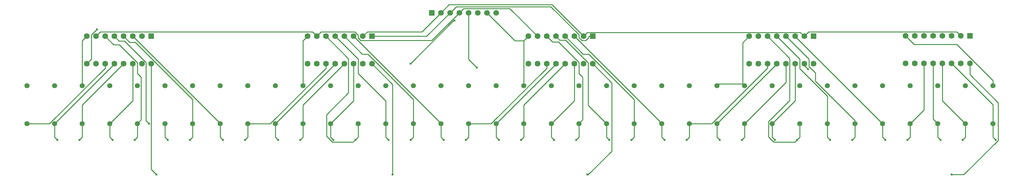
<source format=gbl>
G04 Layer: BottomLayer*
G04 EasyEDA v6.5.40, 2024-07-10 23:57:15*
G04 cb6e2e9fbd21486d88ae5690d2d3dc00,10*
G04 Gerber Generator version 0.2*
G04 Scale: 100 percent, Rotated: No, Reflected: No *
G04 Dimensions in inches *
G04 leading zeros omitted , absolute positions ,3 integer and 6 decimal *
%FSLAX36Y36*%
%MOIN*%

%ADD10C,0.0100*%
%ADD11C,0.0551*%
%ADD12C,0.0630*%
%ADD13R,0.0630X0.0630*%
%ADD14R,0.0620X0.0620*%
%ADD15C,0.0620*%
%ADD16C,0.0240*%
%ADD17C,0.0150*%

%LPD*%
D10*
X1550000Y2445000D02*
G01*
X1600569Y2394430D01*
X1660829Y2394430D01*
X1893750Y2161509D01*
X1893750Y1525569D01*
X1926009Y1493310D01*
X2130000Y1316939D02*
G01*
X2100000Y1346939D01*
X2100000Y1493310D01*
X4500000Y1493310D02*
G01*
X4500000Y1741069D01*
X4200000Y2041069D01*
X4200000Y2195000D01*
X3950000Y2445000D01*
X4530000Y1316939D02*
G01*
X4500000Y1346939D01*
X4500000Y1493310D01*
X9300000Y1493310D02*
G01*
X9300000Y1793279D01*
X9000069Y2093209D01*
X9000069Y2194929D01*
X8750000Y2445000D01*
X9300000Y1493310D02*
G01*
X9300000Y1346939D01*
X9330000Y1316939D01*
X5249009Y2616060D02*
G01*
X5239200Y2616060D01*
X4770000Y2146860D01*
X4350000Y2145000D02*
G01*
X4574470Y1920529D01*
X4574470Y938580D01*
X1950000Y2145000D02*
G01*
X1950000Y996849D01*
X2008270Y938580D01*
X6750000Y2145000D02*
G01*
X6956980Y1938020D01*
X6956980Y1193649D01*
X6701909Y938580D01*
X6691740Y938580D01*
X10850000Y2150000D02*
G01*
X10850000Y2029670D01*
X11158400Y1721320D01*
X11158400Y1311269D01*
X10785699Y938580D01*
X10650000Y938580D01*
X1250000Y2145000D02*
G01*
X1300000Y2195000D01*
X1300000Y2459059D01*
X1361509Y2520569D01*
X6750000Y2445000D02*
G01*
X6707500Y2445000D01*
X6707500Y2445000D02*
G01*
X6707500Y2434380D01*
X6674480Y2401359D01*
X6632359Y2401359D01*
X6600000Y2433719D01*
X6600000Y2462170D01*
X6294459Y2767710D01*
X5267709Y2767710D01*
X5200000Y2700000D01*
X5200000Y2700000D02*
G01*
X4945000Y2445000D01*
X4350000Y2445000D01*
X5100000Y2700000D02*
G01*
X4894369Y2494369D01*
X4299369Y2494369D01*
X4250000Y2445000D01*
X6650000Y2445000D02*
G01*
X6306689Y2788310D01*
X5188310Y2788310D01*
X5100000Y2700000D01*
X9050000Y2445000D02*
G01*
X9007420Y2487579D01*
X6692579Y2487579D01*
X6650000Y2445000D01*
X10750000Y2450000D02*
G01*
X10706499Y2493479D01*
X9098480Y2493479D01*
X9050000Y2445000D01*
X3750000Y2445000D02*
G01*
X3796869Y2491869D01*
X4163990Y2491869D01*
X4200000Y2455859D01*
X4200000Y2427649D01*
X4228329Y2399319D01*
X4999319Y2399319D01*
X5300000Y2700000D01*
X1350000Y2445000D02*
G01*
X1396880Y2491880D01*
X3703119Y2491880D01*
X3750000Y2445000D01*
X6150000Y2445000D02*
G01*
X5848299Y2746700D01*
X5346700Y2746700D01*
X5300000Y2700000D01*
X9050000Y2145000D02*
G01*
X9050000Y2126799D01*
X9090739Y2086060D01*
X5400000Y2700000D02*
G01*
X5400000Y2192420D01*
X5490000Y2102420D01*
X9900000Y1493310D02*
G01*
X8950000Y2443310D01*
X8950000Y2445000D01*
X9930000Y1316939D02*
G01*
X9900000Y1346939D01*
X9900000Y1493310D01*
X9600000Y1493310D02*
G01*
X9600000Y1526030D01*
X9169449Y1956579D01*
X9169449Y2047109D01*
X9100000Y2116559D01*
X9100000Y2195000D01*
X8850000Y2445000D01*
X9600000Y1493310D02*
G01*
X9600000Y1346939D01*
X9570000Y1316939D01*
X8650000Y2445000D02*
G01*
X8892569Y2202429D01*
X8892569Y1747150D01*
X8660789Y1515369D01*
X8660789Y1351239D01*
X8718609Y1293420D01*
X8946480Y1293420D01*
X8970000Y1316939D01*
X9000000Y1493310D02*
G01*
X9000000Y1346939D01*
X8970000Y1316939D01*
X8730000Y1316939D02*
G01*
X8700000Y1346939D01*
X8700000Y1493310D01*
X8700000Y1493310D02*
G01*
X8950000Y1743310D01*
X8950000Y2145000D01*
X8400000Y1493310D02*
G01*
X8850000Y1943310D01*
X8850000Y2145000D01*
X8400000Y1493310D02*
G01*
X8400000Y1346939D01*
X8370000Y1316939D01*
X8100000Y1493310D02*
G01*
X8750000Y2143310D01*
X8750000Y2145000D01*
X8130000Y1316939D02*
G01*
X8100000Y1346939D01*
X8100000Y1493310D01*
X7800000Y1493310D02*
G01*
X8042759Y1493310D01*
X8650000Y2100549D01*
X8650000Y2145000D01*
X7770000Y1316939D02*
G01*
X7800000Y1346939D01*
X7800000Y1493310D01*
X6550000Y2445000D02*
G01*
X7500000Y1495000D01*
X7500000Y1493310D01*
X7500000Y1493310D02*
G01*
X7500000Y1346939D01*
X7530000Y1316939D01*
X6450000Y2445000D02*
G01*
X6645450Y2249549D01*
X6708469Y2249549D01*
X7200000Y1758020D01*
X7200000Y1493310D01*
X7200000Y1493310D02*
G01*
X7200000Y1346939D01*
X7170000Y1316939D01*
X6350000Y2445000D02*
G01*
X6392579Y2402420D01*
X6452799Y2402420D01*
X6700000Y2155219D01*
X6700000Y1693310D01*
X6900000Y1493310D01*
X6900000Y1493310D02*
G01*
X6900000Y1346939D01*
X6930000Y1316939D01*
X6600000Y1493310D02*
G01*
X6641620Y1534929D01*
X6641620Y1999450D01*
X6600000Y2041069D01*
X6600000Y2158969D01*
X6376629Y2382339D01*
X6312659Y2382339D01*
X6250000Y2445000D01*
X6600000Y1493310D02*
G01*
X6600000Y1346939D01*
X6570000Y1316939D01*
X6550000Y2145000D02*
G01*
X6550000Y1743310D01*
X6300000Y1493310D01*
X6300000Y1493310D02*
G01*
X6300000Y1346939D01*
X6330000Y1316939D01*
X6450000Y2145000D02*
G01*
X6000000Y1695000D01*
X6000000Y1493310D01*
X6000000Y1493310D02*
G01*
X6000000Y1346939D01*
X5970000Y1316939D01*
X6350000Y2145000D02*
G01*
X6350000Y2143310D01*
X5700000Y1493310D01*
X5700000Y1493310D02*
G01*
X5700000Y1346939D01*
X5730000Y1316939D01*
X6250000Y2145000D02*
G01*
X6250000Y2097950D01*
X5645360Y1493310D01*
X5400000Y1493310D01*
X5400000Y1493310D02*
G01*
X5400000Y1346939D01*
X5370000Y1316939D01*
X4150000Y2445000D02*
G01*
X5100000Y1495000D01*
X5100000Y1493310D01*
X5100000Y1493310D02*
G01*
X5100000Y1346939D01*
X5130000Y1316939D01*
X4050000Y2445000D02*
G01*
X4245450Y2249549D01*
X4308469Y2249549D01*
X4800000Y1758020D01*
X4800000Y1493310D01*
X4800000Y1493310D02*
G01*
X4800000Y1346939D01*
X4770000Y1316939D01*
X4170000Y1316939D02*
G01*
X4145339Y1292280D01*
X3920469Y1292280D01*
X3856719Y1356030D01*
X3856719Y1591309D01*
X4094759Y1829349D01*
X4094759Y2200239D01*
X3850000Y2445000D01*
X4200000Y1493310D02*
G01*
X4200000Y1346939D01*
X4170000Y1316939D01*
X3930000Y1316939D02*
G01*
X3900000Y1346939D01*
X3900000Y1493310D01*
X3900000Y1493310D02*
G01*
X4150000Y1743310D01*
X4150000Y2145000D01*
X4050000Y2145000D02*
G01*
X3600000Y1695000D01*
X3600000Y1493310D01*
X3600000Y1493310D02*
G01*
X3600000Y1346939D01*
X3570000Y1316939D01*
X3950000Y2145000D02*
G01*
X3950000Y2143310D01*
X3300000Y1493310D01*
X3300000Y1493310D02*
G01*
X3300000Y1346939D01*
X3330000Y1316939D01*
X3850000Y2145000D02*
G01*
X3850000Y2097950D01*
X3245360Y1493310D01*
X3000000Y1493310D01*
X3000000Y1493310D02*
G01*
X3000000Y1346939D01*
X2970000Y1316939D01*
X1750000Y2445000D02*
G01*
X2700000Y1495000D01*
X2700000Y1493310D01*
X2700000Y1493310D02*
G01*
X2700000Y1346939D01*
X2730000Y1316939D01*
X2400000Y1493310D02*
G01*
X2400000Y1757759D01*
X1777969Y2379789D01*
X1715209Y2379789D01*
X1650000Y2445000D01*
X2400000Y1493310D02*
G01*
X2400000Y1346939D01*
X2370000Y1316939D01*
X1800000Y1493310D02*
G01*
X1841620Y1534929D01*
X1841620Y1999450D01*
X1800000Y2041069D01*
X1800000Y2155279D01*
X1602860Y2352420D01*
X1542579Y2352420D01*
X1450000Y2445000D01*
X1800000Y1493310D02*
G01*
X1800000Y1346939D01*
X1770000Y1316939D01*
X1750000Y2145000D02*
G01*
X1750000Y1743310D01*
X1500000Y1493310D01*
X1500000Y1493310D02*
G01*
X1500000Y1346939D01*
X1530000Y1316939D01*
X1650000Y2145000D02*
G01*
X1200000Y1695000D01*
X1200000Y1493310D01*
X1200000Y1493310D02*
G01*
X1200000Y1346939D01*
X1170000Y1316939D01*
X1550000Y2145000D02*
G01*
X1550000Y2143310D01*
X900000Y1493310D01*
X900000Y1493310D02*
G01*
X900000Y1346939D01*
X930000Y1316939D01*
X11100000Y1906689D02*
G01*
X11100000Y1962660D01*
X10706800Y2355909D01*
X10244089Y2355909D01*
X10150000Y2450000D01*
X6000000Y2395000D02*
G01*
X6050000Y2445000D01*
X6000000Y1906689D02*
G01*
X6000000Y2395000D01*
X6000000Y2395000D02*
G01*
X5905000Y2395000D01*
X5600000Y2700000D01*
X8400000Y1906689D02*
G01*
X8379790Y1926900D01*
X8379790Y1926900D02*
G01*
X8120209Y1926900D01*
X8100000Y1906689D01*
X8379790Y1926900D02*
G01*
X8379790Y2374789D01*
X8450000Y2445000D01*
X1250000Y2445000D02*
G01*
X1200000Y2395000D01*
X1200000Y1906689D01*
X3650000Y2445000D02*
G01*
X3600000Y2395000D01*
X3600000Y1906689D01*
X1450000Y2145000D02*
G01*
X1450000Y2097950D01*
X845360Y1493310D01*
X600000Y1493310D01*
X10350000Y2150000D02*
G01*
X10350000Y1643310D01*
X10200000Y1493310D01*
X10200000Y1493310D02*
G01*
X10200000Y1346939D01*
X10170000Y1316939D01*
X10450000Y2150000D02*
G01*
X10450000Y1543310D01*
X10500000Y1493310D01*
X10500000Y1493310D02*
G01*
X10500000Y1346939D01*
X10530000Y1316939D01*
X10550000Y2150000D02*
G01*
X10550000Y1743310D01*
X10800000Y1493310D01*
X10800000Y1493310D02*
G01*
X10800000Y1346939D01*
X10770000Y1316939D01*
X10650000Y2150000D02*
G01*
X11100000Y1700000D01*
X11100000Y1493310D01*
X11100000Y1493310D02*
G01*
X11100000Y1346939D01*
X11130000Y1316939D01*
D11*
G01*
X600000Y1493310D03*
G01*
X600000Y1906689D03*
G01*
X900000Y1493310D03*
G01*
X900000Y1906689D03*
G01*
X1200000Y1493310D03*
G01*
X1200000Y1906689D03*
G01*
X1500000Y1493310D03*
G01*
X1500000Y1906689D03*
G01*
X1800000Y1493310D03*
G01*
X1800000Y1906689D03*
G01*
X2100000Y1493310D03*
G01*
X2100000Y1906689D03*
G01*
X2400000Y1493310D03*
G01*
X2400000Y1906689D03*
G01*
X2700000Y1493310D03*
G01*
X2700000Y1906689D03*
G01*
X3000000Y1493310D03*
G01*
X3000000Y1906689D03*
G01*
X3300000Y1493310D03*
G01*
X3300000Y1906689D03*
G01*
X3600000Y1493310D03*
G01*
X3600000Y1906689D03*
G01*
X3900000Y1493310D03*
G01*
X3900000Y1906689D03*
G01*
X4200000Y1493310D03*
G01*
X4200000Y1906689D03*
G01*
X4500000Y1493310D03*
G01*
X4500000Y1906689D03*
G01*
X4800000Y1493310D03*
G01*
X4800000Y1906689D03*
G01*
X5100000Y1493310D03*
G01*
X5100000Y1906689D03*
G01*
X5400000Y1493310D03*
G01*
X5400000Y1906689D03*
G01*
X5700000Y1493310D03*
G01*
X5700000Y1906689D03*
G01*
X6000000Y1493310D03*
G01*
X6000000Y1906689D03*
G01*
X6300000Y1493310D03*
G01*
X6300000Y1906689D03*
G01*
X6600000Y1493310D03*
G01*
X6600000Y1906689D03*
G01*
X6900000Y1493310D03*
G01*
X6900000Y1906689D03*
G01*
X7200000Y1493310D03*
G01*
X7200000Y1906689D03*
G01*
X7500000Y1493310D03*
G01*
X7500000Y1906689D03*
G01*
X7800000Y1493310D03*
G01*
X7800000Y1906689D03*
G01*
X8100000Y1493310D03*
G01*
X8100000Y1906689D03*
G01*
X8400000Y1493310D03*
G01*
X8400000Y1906689D03*
G01*
X8700000Y1493310D03*
G01*
X8700000Y1906689D03*
G01*
X9000000Y1493310D03*
G01*
X9000000Y1906689D03*
G01*
X9300000Y1493310D03*
G01*
X9300000Y1906689D03*
G01*
X9600000Y1493310D03*
G01*
X9600000Y1906689D03*
G01*
X9900000Y1493310D03*
G01*
X9900000Y1906689D03*
D12*
G01*
X1950000Y2145000D03*
G01*
X1850000Y2145000D03*
G01*
X1750000Y2145000D03*
G01*
X1650000Y2145000D03*
G01*
X1550000Y2145000D03*
G01*
X1450000Y2145000D03*
G01*
X1350000Y2145000D03*
G01*
X1250000Y2145000D03*
G01*
X1250000Y2445000D03*
G01*
X1350000Y2445000D03*
G01*
X1450000Y2445000D03*
G01*
X1550000Y2445000D03*
G01*
X1650000Y2445000D03*
G01*
X1750000Y2445000D03*
G01*
X1850000Y2445000D03*
D13*
G01*
X1950000Y2445000D03*
D12*
G01*
X4350000Y2145000D03*
G01*
X4250000Y2145000D03*
G01*
X4150000Y2145000D03*
G01*
X4050000Y2145000D03*
G01*
X3950000Y2145000D03*
G01*
X3850000Y2145000D03*
G01*
X3750000Y2145000D03*
G01*
X3650000Y2145000D03*
G01*
X3650000Y2445000D03*
G01*
X3750000Y2445000D03*
G01*
X3850000Y2445000D03*
G01*
X3950000Y2445000D03*
G01*
X4050000Y2445000D03*
G01*
X4150000Y2445000D03*
G01*
X4250000Y2445000D03*
D13*
G01*
X4350000Y2445000D03*
D12*
G01*
X6750000Y2145000D03*
G01*
X6650000Y2145000D03*
G01*
X6550000Y2145000D03*
G01*
X6450000Y2145000D03*
G01*
X6350000Y2145000D03*
G01*
X6250000Y2145000D03*
G01*
X6150000Y2145000D03*
G01*
X6050000Y2145000D03*
G01*
X6050000Y2445000D03*
G01*
X6150000Y2445000D03*
G01*
X6250000Y2445000D03*
G01*
X6350000Y2445000D03*
G01*
X6450000Y2445000D03*
G01*
X6550000Y2445000D03*
G01*
X6650000Y2445000D03*
D13*
G01*
X6750000Y2445000D03*
D12*
G01*
X9150000Y2145000D03*
G01*
X9050000Y2145000D03*
G01*
X8950000Y2145000D03*
G01*
X8850000Y2145000D03*
G01*
X8750000Y2145000D03*
G01*
X8650000Y2145000D03*
G01*
X8550000Y2145000D03*
G01*
X8450000Y2145000D03*
G01*
X8450000Y2445000D03*
G01*
X8550000Y2445000D03*
G01*
X8650000Y2445000D03*
G01*
X8750000Y2445000D03*
G01*
X8850000Y2445000D03*
G01*
X8950000Y2445000D03*
G01*
X9050000Y2445000D03*
D13*
G01*
X9150000Y2445000D03*
D11*
G01*
X10200000Y1493310D03*
G01*
X10200000Y1906689D03*
G01*
X10500000Y1493310D03*
G01*
X10500000Y1906689D03*
G01*
X10800000Y1493310D03*
G01*
X10800000Y1906689D03*
G01*
X11100000Y1493310D03*
G01*
X11100000Y1906689D03*
D12*
G01*
X10850000Y2150000D03*
G01*
X10750000Y2150000D03*
G01*
X10650000Y2150000D03*
G01*
X10550000Y2150000D03*
G01*
X10450000Y2150000D03*
G01*
X10350000Y2150000D03*
G01*
X10250000Y2150000D03*
G01*
X10150000Y2150000D03*
G01*
X10150000Y2450000D03*
G01*
X10250000Y2450000D03*
G01*
X10350000Y2450000D03*
G01*
X10450000Y2450000D03*
G01*
X10550000Y2450000D03*
G01*
X10650000Y2450000D03*
G01*
X10750000Y2450000D03*
D13*
G01*
X10850000Y2450000D03*
D14*
G01*
X5000000Y2700000D03*
D15*
G01*
X5100000Y2700000D03*
G01*
X5200000Y2700000D03*
G01*
X5300000Y2700000D03*
G01*
X5400000Y2700000D03*
G01*
X5500000Y2700000D03*
G01*
X5600000Y2700000D03*
G01*
X5700000Y2700000D03*
D16*
G01*
X1926009Y1493310D03*
G01*
X2130000Y1316939D03*
G01*
X4530000Y1316939D03*
G01*
X9330000Y1316939D03*
G01*
X4770000Y2146860D03*
G01*
X5249009Y2616060D03*
G01*
X4574470Y938580D03*
G01*
X2008270Y938580D03*
G01*
X6691740Y938580D03*
G01*
X10650000Y938580D03*
G01*
X1361509Y2520569D03*
G01*
X9090739Y2086060D03*
G01*
X5490000Y2102420D03*
G01*
X9930000Y1316939D03*
G01*
X9570000Y1316939D03*
G01*
X8970000Y1316939D03*
G01*
X8730000Y1316939D03*
G01*
X8370000Y1316939D03*
G01*
X8130000Y1316939D03*
G01*
X7770000Y1316939D03*
G01*
X7530000Y1316939D03*
G01*
X7170000Y1316939D03*
G01*
X6930000Y1316939D03*
G01*
X6570000Y1316939D03*
G01*
X6330000Y1316939D03*
G01*
X5970000Y1316939D03*
G01*
X5730000Y1316939D03*
G01*
X5370000Y1316939D03*
G01*
X5130000Y1316939D03*
G01*
X4770000Y1316939D03*
G01*
X4170000Y1316939D03*
G01*
X3930000Y1316939D03*
G01*
X3570000Y1316939D03*
G01*
X3330000Y1316939D03*
G01*
X2970000Y1316939D03*
G01*
X2730000Y1316939D03*
G01*
X2370000Y1316939D03*
G01*
X1770000Y1316939D03*
G01*
X1530000Y1316939D03*
G01*
X1170000Y1316939D03*
G01*
X930000Y1316939D03*
G01*
X10170000Y1316939D03*
G01*
X10530000Y1316939D03*
G01*
X10770000Y1316939D03*
G01*
X11130000Y1316939D03*
M02*

</source>
